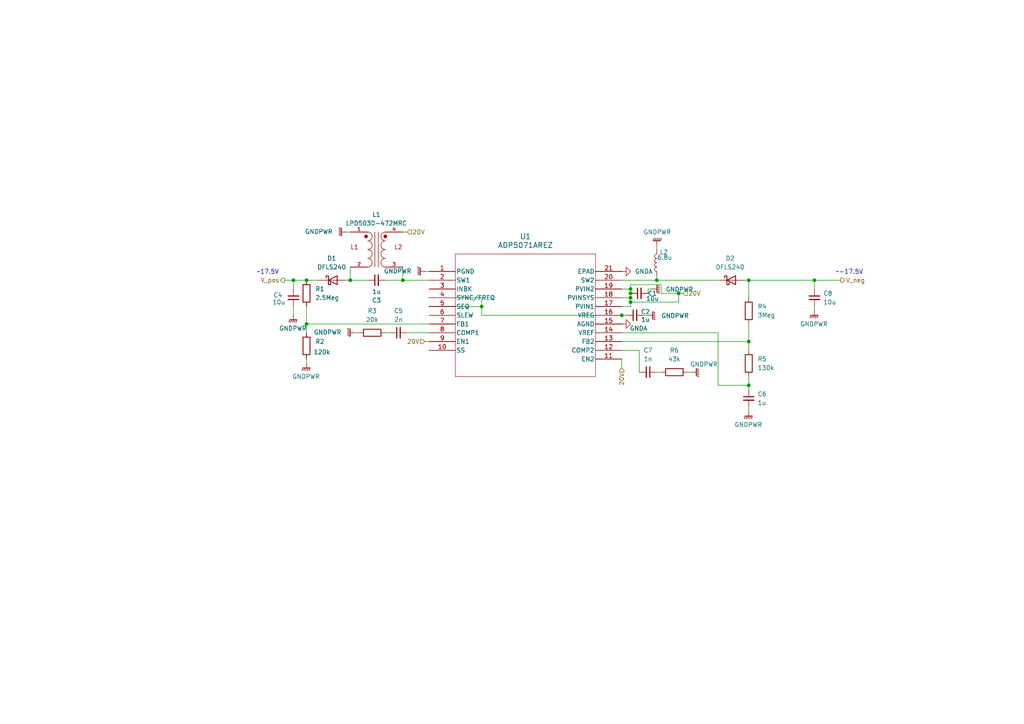
<source format=kicad_sch>
(kicad_sch (version 20250114) (generator "eeschema") (generator_version "9.0")
  (paper "A4")
  (lib_symbols
    (symbol "2025-10-29_05-54-35:ADP5071AREZ" (pin_names (offset 0.254))
      (property "Reference" "U" (at 27.94 10.16 0))
      (property "Value" "ADP5071AREZ" (at 27.94 7.62 0))
      (symbol "ADP5071AREZ_0_1"
        (polyline (pts (xy 7.62 5.08) (xy 7.62 -30.48)) (stroke (width 0.127)))
        (polyline (pts (xy 7.62 -30.48) (xy 48.26 -30.48)) (stroke (width 0.127)))
        (polyline (pts (xy 48.26 5.08) (xy 7.62 5.08)) (stroke (width 0.127)))
        (polyline (pts (xy 48.26 -30.48) (xy 48.26 5.08)) (stroke (width 0.127)))
        (pin power_out line (at 0 0 0) (length 7.62) (name "PGND") (number "1"))
        (pin unspecified line (at 0 -2.54 0) (length 7.62) (name "SW1") (number "2"))
        (pin output line (at 0 -5.08 0) (length 7.62) (name "INBK") (number "3"))
        (pin input line (at 0 -7.62 0) (length 7.62) (name "SYNC/FREQ") (number "4"))
        (pin unspecified line (at 0 -10.16 0) (length 7.62) (name "SEQ") (number "5"))
        (pin unspecified line (at 0 -12.7 0) (length 7.62) (name "SLEW") (number "6"))
        (pin input line (at 0 -15.24 0) (length 7.62) (name "FB1") (number "7"))
        (pin unspecified line (at 0 -17.78 0) (length 7.62) (name "COMP1") (number "8"))
        (pin unspecified line (at 0 -20.32 0) (length 7.62) (name "EN1") (number "9"))
        (pin unspecified line (at 0 -22.86 0) (length 7.62) (name "SS") (number "10"))
        (pin power_out line (at 55.88 0 180) (length 7.62) (name "EPAD") (number "21"))
        (pin unspecified line (at 55.88 -2.54 180) (length 7.62) (name "SW2") (number "20"))
        (pin power_in line (at 55.88 -5.08 180) (length 7.62) (name "PVIN2") (number "19"))
        (pin power_in line (at 55.88 -7.62 180) (length 7.62) (name "PVINSYS") (number "18"))
        (pin power_in line (at 55.88 -10.16 180) (length 7.62) (name "PVIN1") (number "17"))
        (pin output line (at 55.88 -12.7 180) (length 7.62) (name "VREG") (number "16"))
        (pin power_out line (at 55.88 -15.24 180) (length 7.62) (name "AGND") (number "15"))
        (pin output line (at 55.88 -17.78 180) (length 7.62) (name "VREF") (number "14"))
        (pin input line (at 55.88 -20.32 180) (length 7.62) (name "FB2") (number "13"))
        (pin unspecified line (at 55.88 -22.86 180) (length 7.62) (name "COMP2") (number "12"))
        (pin unspecified line (at 55.88 -25.4 180) (length 7.62) (name "EN2") (number "11"))
      )
    )
    (symbol "Device:C_Small" (pin_numbers (hide yes)) (pin_names (offset 0.254) (hide yes))
      (property "Reference" "C" (at 0.254 1.778 0))
      (property "Value" "C_Small" (at 0.254 -2.032 0))
      (symbol "C_Small_0_1"
        (polyline (pts (xy -1.524 0.508) (xy 1.524 0.508)) (stroke (width 0.3048)))
        (polyline (pts (xy -1.524 -0.508) (xy 1.524 -0.508)) (stroke (width 0.3302)))
      )
      (symbol "C_Small_1_1"
        (pin passive line (at 0 2.54 270) (length 2.032) (name "~") (number "1"))
        (pin passive line (at 0 -2.54 90) (length 2.032) (name "~") (number "2"))
      )
    )
    (symbol "Device:D_Schottky" (pin_numbers (hide yes)) (pin_names (offset 1.016) (hide yes))
      (property "Reference" "D" (at 0 2.54 0))
      (property "Value" "D_Schottky" (at 0 -2.54 0))
      (symbol "D_Schottky_0_1"
        (polyline (pts (xy -1.905 0.635) (xy -1.905 1.27) (xy -1.27 1.27) (xy -1.27 -1.27) (xy -0.635 -1.27) (xy -0.635 -0.635)) (stroke (width 0.254)))
        (polyline (pts (xy 1.27 1.27) (xy 1.27 -1.27) (xy -1.27 0) (xy 1.27 1.27)) (stroke (width 0.254)))
        (polyline (pts (xy 1.27 0) (xy -1.27 0)))
      )
      (symbol "D_Schottky_1_1"
        (pin passive line (at -3.81 0 0) (length 2.54) (name "K") (number "1"))
        (pin passive line (at 3.81 0 180) (length 2.54) (name "A") (number "2"))
      )
    )
    (symbol "Device:L" (pin_numbers (hide yes)) (pin_names (offset 1.016) (hide yes))
      (property "Reference" "L" (at -1.27 0 90))
      (property "Value" "L" (at 1.905 0 90))
      (symbol "L_0_1"
        (arc (start 0 2.54) (mid 0.6323 1.905) (end 0 1.27))
        (arc (start 0 1.27) (mid 0.6323 0.635) (end 0 0))
        (arc (start 0 0) (mid 0.6323 -0.635) (end 0 -1.27))
        (arc (start 0 -1.27) (mid 0.6323 -1.905) (end 0 -2.54))
      )
      (symbol "L_1_1"
        (pin passive line (at 0 3.81 270) (length 1.27) (name "1") (number "1"))
        (pin passive line (at 0 -3.81 90) (length 1.27) (name "2") (number "2"))
      )
    )
    (symbol "Device:R" (pin_numbers (hide yes)) (pin_names (offset 0))
      (property "Reference" "R" (at 2.032 0 90))
      (property "Value" "R" (at 0 0 90))
      (symbol "R_0_1"
        (rectangle (start -1.016 -2.54) (end 1.016 2.54) (stroke (width 0.254)))
      )
      (symbol "R_1_1"
        (pin passive line (at 0 3.81 270) (length 1.27) (name "~") (number "1"))
        (pin passive line (at 0 -3.81 90) (length 1.27) (name "~") (number "2"))
      )
    )
    (symbol "LPD5030-223MRC:LPD5030-223MRC" (pin_names (offset 1.016))
      (property "Reference" "L" (at -5.0839 7.6279 0))
      (property "Value" "LPD5030-223MRC" (at -5.0814 -7.6227 0))
      (symbol "LPD5030-223MRC_0_0"
        (circle (center -3.048 3.81) (radius 0.254) (stroke (width 0.508)))
        (arc (start -2.54 5.08) (mid -1.2755 3.81) (end -2.54 2.54) (stroke (width 0.1524)))
        (arc (start -2.54 2.54) (mid -1.2755 1.27) (end -2.54 0) (stroke (width 0.1524)))
        (arc (start -2.54 0) (mid -1.2755 -1.27) (end -2.54 -2.54) (stroke (width 0.1524)))
        (arc (start -2.54 -2.54) (mid -1.2755 -3.81) (end -2.54 -5.08) (stroke (width 0.1524)))
        (polyline (pts (xy -0.508 5.08) (xy -0.508 -5.08)) (stroke (width 0.1524)))
        (polyline (pts (xy 0.508 5.08) (xy 0.508 -5.08)) (stroke (width 0.1524)))
        (circle (center 2.54 3.81) (radius 0.254) (stroke (width 0.508)))
        (arc (start 2.54 2.54) (mid 1.2755 3.81) (end 2.54 5.08) (stroke (width 0.1524)))
        (arc (start 2.54 0) (mid 1.2755 1.27) (end 2.54 2.54) (stroke (width 0.1524)))
        (arc (start 2.54 -2.54) (mid 1.2755 -1.27) (end 2.54 0) (stroke (width 0.1524)))
        (arc (start 2.54 -5.08) (mid 1.2755 -3.81) (end 2.54 -2.54) (stroke (width 0.1524)))
        (text "L1" (at -7.62 0 0) (effects (font (size 1.27 1.27)) (justify left bottom)))
        (text "L2" (at 5.08 0 0) (effects (font (size 1.27 1.27)) (justify left bottom)))
        (pin passive line (at -7.62 5.08 0) (length 5.08) (name "~") (number "1"))
        (pin passive line (at -7.62 -5.08 0) (length 5.08) (name "~") (number "2"))
        (pin passive line (at 7.62 5.08 180) (length 5.08) (name "~") (number "4"))
        (pin passive line (at 7.62 -5.08 180) (length 5.08) (name "~") (number "3"))
      )
    )
    (symbol "power:GNDA" (power) (pin_numbers (hide yes)) (pin_names (offset 0) (hide yes))
      (property "Value" "GNDA" (at 0 -3.81 0))
      (symbol "GNDA_0_1"
        (polyline (pts (xy 0 0) (xy 0 -1.27) (xy 1.27 -1.27) (xy 0 -2.54) (xy -1.27 -1.27) (xy 0 -1.27)))
      )
      (symbol "GNDA_1_1"
        (pin power_in line (at 0 0 270) (length 0) (name "~") (number "1"))
      )
    )
    (symbol "power:GNDPWR" (power) (pin_numbers (hide yes)) (pin_names (offset 0) (hide yes))
      (property "Value" "GNDPWR" (at 0 -3.302 0))
      (symbol "GNDPWR_0_1"
        (polyline (pts (xy -1.016 -1.27) (xy -1.27 -2.032) (xy -1.27 -2.032)) (stroke (width 0.2032)))
        (polyline (pts (xy -0.508 -1.27) (xy -0.762 -2.032) (xy -0.762 -2.032)) (stroke (width 0.2032)))
        (polyline (pts (xy 0 -1.27) (xy 0 0)))
        (polyline (pts (xy 0 -1.27) (xy -0.254 -2.032) (xy -0.254 -2.032)) (stroke (width 0.2032)))
        (polyline (pts (xy 0.508 -1.27) (xy 0.254 -2.032) (xy 0.254 -2.032)) (stroke (width 0.2032)))
        (polyline (pts (xy 1.016 -1.27) (xy -1.016 -1.27) (xy -1.016 -1.27)) (stroke (width 0.2032)))
        (polyline (pts (xy 1.016 -1.27) (xy 0.762 -2.032) (xy 0.762 -2.032) (xy 0.762 -2.032)) (stroke (width 0.2032)))
      )
      (symbol "GNDPWR_1_1"
        (pin power_in line (at 0 0 270) (length 0) (name "~") (number "1"))
      )
    )
  )
  (text "~-17.5V" (at 246.38 78.994 0) (effects (font (size 1.27 1.27))))
  (text "~17.5V" (at 77.724 78.994 0) (effects (font (size 1.27 1.27))))
  (junction (at 88.9 81.28))
  (junction (at 180.34 91.44))
  (junction (at 196.85 85.09))
  (junction (at 182.88 87.63))
  (junction (at 236.22 81.28))
  (junction (at 217.17 81.28))
  (junction (at 116.84 81.28))
  (junction (at 88.9 93.98))
  (junction (at 217.17 111.76))
  (junction (at 85.09 81.28))
  (junction (at 139.7 88.9))
  (junction (at 101.6 81.28))
  (junction (at 217.17 99.06))
  (junction (at 182.88 83.82))
  (junction (at 182.88 86.36))
  (junction (at 190.5 81.28))
  (junction (at 182.88 85.09))
  (wire (pts (xy 88.9 93.98) (xy 124.46 93.98)))
  (wire (pts (xy 187.96 83.82) (xy 189.23 83.82)))
  (wire (pts (xy 123.19 99.06) (xy 124.46 99.06)))
  (wire (pts (xy 182.88 87.63) (xy 196.85 87.63)))
  (wire (pts (xy 236.22 81.28) (xy 236.22 83.82)))
  (wire (pts (xy 180.34 99.06) (xy 217.17 99.06)))
  (wire (pts (xy 196.85 85.09) (xy 196.85 87.63)))
  (wire (pts (xy 208.28 96.52) (xy 208.28 111.76)))
  (wire (pts (xy 180.34 104.14) (xy 180.34 106.68)))
  (wire (pts (xy 182.88 86.36) (xy 182.88 87.63)))
  (wire (pts (xy 182.88 83.82) (xy 182.88 85.09)))
  (wire (pts (xy 191.77 85.09) (xy 191.77 82.55)))
  (wire (pts (xy 236.22 81.28) (xy 243.84 81.28)))
  (wire (pts (xy 217.17 109.22) (xy 217.17 111.76)))
  (wire (pts (xy 102.87 96.52) (xy 104.14 96.52)))
  (wire (pts (xy 139.7 88.9) (xy 124.46 88.9)))
  (wire (pts (xy 217.17 93.98) (xy 217.17 99.06)))
  (wire (pts (xy 190.5 107.95) (xy 191.77 107.95)))
  (wire (pts (xy 118.11 96.52) (xy 124.46 96.52)))
  (wire (pts (xy 186.69 91.44) (xy 187.96 91.44)))
  (wire (pts (xy 217.17 99.06) (xy 217.17 101.6)))
  (wire (pts (xy 85.09 88.9) (xy 85.09 91.44)))
  (wire (pts (xy 208.28 111.76) (xy 217.17 111.76)))
  (wire (pts (xy 100.33 81.28) (xy 101.6 81.28)))
  (wire (pts (xy 100.33 67.31) (xy 101.6 67.31)))
  (wire (pts (xy 182.88 82.55) (xy 191.77 82.55)))
  (wire (pts (xy 217.17 81.28) (xy 217.17 86.36)))
  (wire (pts (xy 199.39 107.95) (xy 200.66 107.95)))
  (wire (pts (xy 191.77 85.09) (xy 196.85 85.09)))
  (wire (pts (xy 88.9 88.9) (xy 88.9 93.98)))
  (wire (pts (xy 124.46 86.36) (xy 139.7 86.36)))
  (wire (pts (xy 139.7 91.44) (xy 139.7 88.9)))
  (wire (pts (xy 182.88 88.9) (xy 182.88 87.63)))
  (wire (pts (xy 88.9 81.28) (xy 92.71 81.28)))
  (wire (pts (xy 123.19 78.74) (xy 124.46 78.74)))
  (wire (pts (xy 180.34 88.9) (xy 182.88 88.9)))
  (wire (pts (xy 85.09 81.28) (xy 85.09 83.82)))
  (wire (pts (xy 139.7 86.36) (xy 139.7 88.9)))
  (wire (pts (xy 180.34 96.52) (xy 208.28 96.52)))
  (wire (pts (xy 88.9 93.98) (xy 88.9 96.52)))
  (wire (pts (xy 182.88 85.09) (xy 182.88 86.36)))
  (wire (pts (xy 236.22 88.9) (xy 236.22 90.17)))
  (wire (pts (xy 185.42 101.6) (xy 185.42 107.95)))
  (wire (pts (xy 180.34 101.6) (xy 185.42 101.6)))
  (wire (pts (xy 190.5 71.12) (xy 190.5 72.39)))
  (wire (pts (xy 217.17 118.11) (xy 217.17 119.38)))
  (wire (pts (xy 182.88 83.82) (xy 180.34 83.82)))
  (wire (pts (xy 180.34 81.28) (xy 190.5 81.28)))
  (wire (pts (xy 187.96 85.09) (xy 187.96 83.82)))
  (wire (pts (xy 124.46 81.28) (xy 116.84 81.28)))
  (wire (pts (xy 111.76 96.52) (xy 113.03 96.52)))
  (wire (pts (xy 190.5 81.28) (xy 208.28 81.28)))
  (wire (pts (xy 217.17 111.76) (xy 217.17 113.03)))
  (wire (pts (xy 88.9 104.14) (xy 88.9 105.41)))
  (wire (pts (xy 215.9 81.28) (xy 217.17 81.28)))
  (wire (pts (xy 180.34 86.36) (xy 182.88 86.36)))
  (wire (pts (xy 106.68 81.28) (xy 101.6 81.28)))
  (wire (pts (xy 180.34 91.44) (xy 181.61 91.44)))
  (wire (pts (xy 111.76 81.28) (xy 116.84 81.28)))
  (wire (pts (xy 217.17 81.28) (xy 236.22 81.28)))
  (wire (pts (xy 101.6 77.47) (xy 101.6 81.28)))
  (wire (pts (xy 180.34 91.44) (xy 139.7 91.44)))
  (wire (pts (xy 116.84 81.28) (xy 116.84 77.47)))
  (wire (pts (xy 116.84 67.31) (xy 118.11 67.31)))
  (wire (pts (xy 85.09 81.28) (xy 88.9 81.28)))
  (wire (pts (xy 182.88 82.55) (xy 182.88 83.82)))
  (wire (pts (xy 190.5 80.01) (xy 190.5 81.28)))
  (wire (pts (xy 196.85 85.09) (xy 198.12 85.09)))
  (wire (pts (xy 82.55 81.28) (xy 85.09 81.28)))
  (hierarchical_label "20V" (shape input) (at 180.34 106.68 270))
  (hierarchical_label "V_pos" (shape output) (at 82.55 81.28 180))
  (hierarchical_label "V_neg" (shape output) (at 243.84 81.28 0))
  (hierarchical_label "20V" (shape input) (at 118.11 67.31 0))
  (hierarchical_label "20V" (shape input) (at 198.12 85.09 0))
  (hierarchical_label "20V" (shape input) (at 123.19 99.06 180))
  (symbol (lib_id "power:GNDPWR") (at 236.22 90.17 0) (unit 1)
    (property "Reference" "#PWR017" (effects (hide yes)))
    (property "Value" "GNDPWR" (at 236.093 93.98 0))
    (property "Description" "Power symbol creates a global label with name \"GNDPWR\" , global ground" (effects (hide yes)))
  )
  (symbol (lib_id "Device:L") (at 190.5 76.2 180) (unit 1)
    (property "Reference" "L2" (at 192.532 73.152 0))
    (property "Value" "6.8u" (at 192.786 74.676 0))
    (property "Description" "Inductor" (effects (hide yes)))
  )
  (symbol (lib_id "Device:D_Schottky") (at 96.52 81.28 0) (unit 1)
    (property "Reference" "D1" (at 96.2025 74.93 0))
    (property "Value" "DFLS240" (at 96.2025 77.47 0))
    (property "Description" "Schottky diode" (effects (hide yes)))
  )
  (symbol (lib_id "power:GNDPWR") (at 190.5 71.12 180) (unit 1)
    (property "Reference" "#PWR010" (effects (hide yes)))
    (property "Value" "GNDPWR" (at 190.627 67.31 0))
    (property "Description" "Power symbol creates a global label with name \"GNDPWR\" , global ground" (effects (hide yes)))
  )
  (symbol (lib_id "power:GNDA") (at 180.34 78.74 90) (unit 1)
    (property "Reference" "#PWR09" (effects (hide yes)))
    (property "Value" "GNDA" (at 184.15 78.74 90) (effects (justify right)))
    (property "Description" "Power symbol creates a global label with name \"GNDA\" , analog ground" (effects (hide yes)))
  )
  (symbol (lib_id "Device:R") (at 88.9 100.33 0) (unit 1)
    (property "Reference" "R2" (at 91.44 99.0599 0) (effects (justify left)))
    (property "Value" "120k" (at 90.932 102.108 0) (effects (justify left)))
    (property "Description" "Resistor" (effects (hide yes)))
  )
  (symbol (lib_id "2025-10-29_05-54-35:ADP5071AREZ") (at 124.46 78.74 0) (unit 1)
    (property "Reference" "U1" (at 152.4 68.58 0) (effects (font (size 1.524 1.524))))
    (property "Value" "ADP5071AREZ" (at 152.4 71.12 0) (effects (font (size 1.524 1.524))))
    (property "Footprint" "RE-20-1_ADI" (effects (hide yes)))
    (property "Datasheet" "https://www.analog.com/media/en/technical-documentation/data-sheets/ADP5071.pdf" (effects (hide yes)))
  )
  (symbol (lib_id "power:GNDPWR") (at 88.9 105.41 0) (unit 1)
    (property "Reference" "#PWR08" (effects (hide yes)))
    (property "Value" "GNDPWR" (at 88.773 109.22 0))
    (property "Description" "Power symbol creates a global label with name \"GNDPWR\" , global ground" (effects (hide yes)))
  )
  (symbol (lib_id "Device:C_Small") (at 185.42 85.09 90) (unit 1)
    (property "Reference" "C1" (at 189.23 85.09 90))
    (property "Value" "10u" (at 189.23 86.614 90))
    (property "Description" "Unpolarized capacitor, small symbol" (effects (hide yes)))
  )
  (symbol (lib_id "Device:R") (at 217.17 105.41 0) (unit 1)
    (property "Reference" "R5" (at 219.71 104.1399 0) (effects (justify left)))
    (property "Value" "130k" (at 219.71 106.6799 0) (effects (justify left)))
    (property "Description" "Resistor" (effects (hide yes)))
  )
  (symbol (lib_id "LPD5030-223MRC:LPD5030-223MRC") (at 109.22 72.39 0) (unit 1)
    (property "Reference" "L1" (at 109.18 62.23 0))
    (property "Value" "LPD5030-472MRC" (at 109.18 64.77 0))
    (property "Footprint" "LPD5030-223MRC:IND_LPD5030-223MRC" (effects (hide yes)))
    (property "MF" "Coilcraft" (effects (hide yes)))
    (property "MAXIMUM_PACKAGE_HEIGHT" "3mm" (effects (hide yes)))
    (property "Package" "None" (effects (hide yes)))
    (property "Price" "None" (effects (hide yes)))
    (property "Check_prices" "https://www.snapeda.com/parts/LPD5030-472MRC/Coilcraft/view-part/?ref=eda" (effects (hide yes)))
    (property "STANDARD" "Manufacturer Recommendations" (effects (hide yes)))
    (property "PARTREV" "08/25/16" (effects (hide yes)))
    (property "SnapEDA_Link" "https://www.snapeda.com/parts/LPD5030-472MRC/Coilcraft/view-part/?ref=snap" (effects (hide yes)))
    (property "MP" "LPD5030-223MRC" (effects (hide yes)))
    (property "Description_1" "Coupled Inductors LPD5030 Low Profile 22uH 0.99A 20% SMD" (effects (hide yes)))
    (property "Availability" "In Stock" (effects (hide yes)))
    (property "MANUFACTURER" "Coilcraft" (effects (hide yes)))
  )
  (symbol (lib_id "power:GNDPWR") (at 217.17 119.38 0) (unit 1)
    (property "Reference" "#PWR013" (effects (hide yes)))
    (property "Value" "GNDPWR" (at 217.043 123.19 0))
    (property "Description" "Power symbol creates a global label with name \"GNDPWR\" , global ground" (effects (hide yes)))
  )
  (symbol (lib_id "Device:D_Schottky") (at 212.09 81.28 0) (unit 1)
    (property "Reference" "D2" (at 211.7725 74.93 0))
    (property "Value" "DFLS240" (at 211.7725 77.47 0))
    (property "Description" "Schottky diode" (effects (hide yes)))
  )
  (symbol (lib_id "Device:C_Small") (at 187.96 107.95 270) (unit 1)
    (property "Reference" "C7" (at 187.9536 101.6 90))
    (property "Value" "1n" (at 187.9536 104.14 90))
    (property "Description" "Unpolarized capacitor, small symbol" (effects (hide yes)))
  )
  (symbol (lib_id "power:GNDPWR") (at 102.87 96.52 270) (unit 1)
    (property "Reference" "#PWR012" (effects (hide yes)))
    (property "Value" "GNDPWR" (at 99.06 96.3929 90) (effects (justify right)))
    (property "Description" "Power symbol creates a global label with name \"GNDPWR\" , global ground" (effects (hide yes)))
  )
  (symbol (lib_id "power:GNDA") (at 180.34 93.98 90) (unit 1)
    (property "Reference" "#PWR01" (effects (hide yes)))
    (property "Value" "GNDA" (at 182.626 95.25 90) (effects (justify right)))
    (property "Description" "Power symbol creates a global label with name \"GNDA\" , analog ground" (effects (hide yes)))
  )
  (symbol (lib_id "Device:R") (at 88.9 85.09 0) (unit 1)
    (property "Reference" "R1" (at 91.44 83.8199 0) (effects (justify left)))
    (property "Value" "2.5Meg" (at 91.44 86.3599 0) (effects (justify left)))
    (property "Description" "Resistor" (effects (hide yes)))
  )
  (symbol (lib_id "Device:C_Small") (at 85.09 86.36 0) (unit 1)
    (property "Reference" "C4" (at 79.248 85.598 0) (effects (justify left)))
    (property "Value" "10u" (at 78.994 87.63 0) (effects (justify left)))
    (property "Description" "Unpolarized capacitor, small symbol" (effects (hide yes)))
  )
  (symbol (lib_id "Device:R") (at 217.17 90.17 0) (unit 1)
    (property "Reference" "R4" (at 219.71 88.8999 0) (effects (justify left)))
    (property "Value" "3Meg" (at 219.71 91.4399 0) (effects (justify left)))
    (property "Description" "Resistor" (effects (hide yes)))
  )
  (symbol (lib_id "power:GNDPWR") (at 100.33 67.31 270) (unit 1)
    (property "Reference" "#PWR07" (effects (hide yes)))
    (property "Value" "GNDPWR" (at 96.52 67.1829 90) (effects (justify right)))
    (property "Description" "Power symbol creates a global label with name \"GNDPWR\" , global ground" (effects (hide yes)))
  )
  (symbol (lib_id "Device:C_Small") (at 184.15 91.44 90) (unit 1)
    (property "Reference" "C2" (at 187.198 90.424 90))
    (property "Value" "1u" (at 187.198 92.71 90))
    (property "Description" "Unpolarized capacitor, small symbol" (effects (hide yes)))
  )
  (symbol (lib_id "power:GNDPWR") (at 187.96 91.44 90) (unit 1)
    (property "Reference" "#PWR05" (effects (hide yes)))
    (property "Value" "GNDPWR" (at 191.77 91.5669 90) (effects (justify right)))
    (property "Description" "Power symbol creates a global label with name \"GNDPWR\" , global ground" (effects (hide yes)))
  )
  (symbol (lib_id "power:GNDPWR") (at 85.09 91.44 0) (unit 1)
    (property "Reference" "#PWR016" (effects (hide yes)))
    (property "Value" "GNDPWR" (at 84.963 95.25 0))
    (property "Description" "Power symbol creates a global label with name \"GNDPWR\" , global ground" (effects (hide yes)))
  )
  (symbol (lib_id "power:GNDPWR") (at 123.19 78.74 270) (unit 1)
    (property "Reference" "#PWR011" (effects (hide yes)))
    (property "Value" "GNDPWR" (at 119.38 78.6129 90) (effects (justify right)))
    (property "Description" "Power symbol creates a global label with name \"GNDPWR\" , global ground" (effects (hide yes)))
  )
  (symbol (lib_id "power:GNDPWR") (at 189.23 83.82 90) (unit 1)
    (property "Reference" "#PWR04" (effects (hide yes)))
    (property "Value" "GNDPWR" (at 193.04 83.9469 90) (effects (justify right)))
    (property "Description" "Power symbol creates a global label with name \"GNDPWR\" , global ground" (effects (hide yes)))
  )
  (symbol (lib_id "power:GNDPWR") (at 200.66 107.95 90) (unit 1)
    (property "Reference" "#PWR015" (effects (hide yes)))
    (property "Value" "GNDPWR" (at 200.152 105.664 90) (effects (justify right)))
    (property "Description" "Power symbol creates a global label with name \"GNDPWR\" , global ground" (effects (hide yes)))
  )
  (symbol (lib_id "Device:C_Small") (at 217.17 115.57 0) (unit 1)
    (property "Reference" "C6" (at 219.71 114.3062 0) (effects (justify left)))
    (property "Value" "1u" (at 219.71 116.8462 0) (effects (justify left)))
    (property "Description" "Unpolarized capacitor, small symbol" (effects (hide yes)))
  )
  (symbol (lib_id "Device:R") (at 195.58 107.95 90) (unit 1)
    (property "Reference" "R6" (at 195.58 101.6 90))
    (property "Value" "43k" (at 195.58 104.14 90))
    (property "Description" "Resistor" (effects (hide yes)))
  )
  (symbol (lib_id "Device:C_Small") (at 109.22 81.28 90) (unit 1)
    (property "Reference" "C3" (at 109.22 87.122 90))
    (property "Value" "1u" (at 109.22 84.582 90))
    (property "Description" "Unpolarized capacitor, small symbol" (effects (hide yes)))
  )
  (symbol (lib_id "Device:C_Small") (at 236.22 86.36 0) (unit 1)
    (property "Reference" "C8" (at 238.76 85.0962 0) (effects (justify left)))
    (property "Value" "10u" (at 238.76 87.6362 0) (effects (justify left)))
    (property "Description" "Unpolarized capacitor, small symbol" (effects (hide yes)))
  )
  (symbol (lib_id "Device:C_Small") (at 115.57 96.52 90) (unit 1)
    (property "Reference" "C5" (at 115.5763 90.17 90))
    (property "Value" "2n" (at 115.5763 92.71 90))
    (property "Description" "Unpolarized capacitor, small symbol" (effects (hide yes)))
  )
  (symbol (lib_id "Device:R") (at 107.95 96.52 90) (unit 1)
    (property "Reference" "R3" (at 107.95 90.17 90))
    (property "Value" "20k" (at 107.95 92.71 90))
    (property "Description" "Resistor" (effects (hide yes)))
  )
)
</source>
